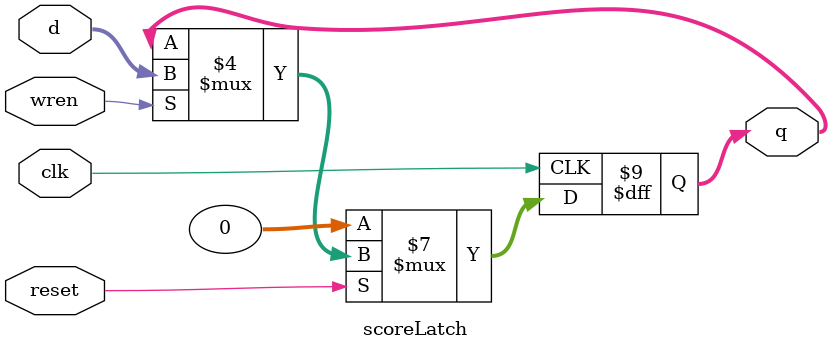
<source format=v>
module scoreLatch(d, q, reset, wren, clk);

output reg [31:0] q;
input [31:0] d;
input reset, clk, wren;

initial begin
	q <= 31'd0;
end

always @(posedge clk) begin
	if (~reset) begin
		q <= 31'd0;
	end else if (wren) begin
		q <= d;
	end
end

endmodule

</source>
